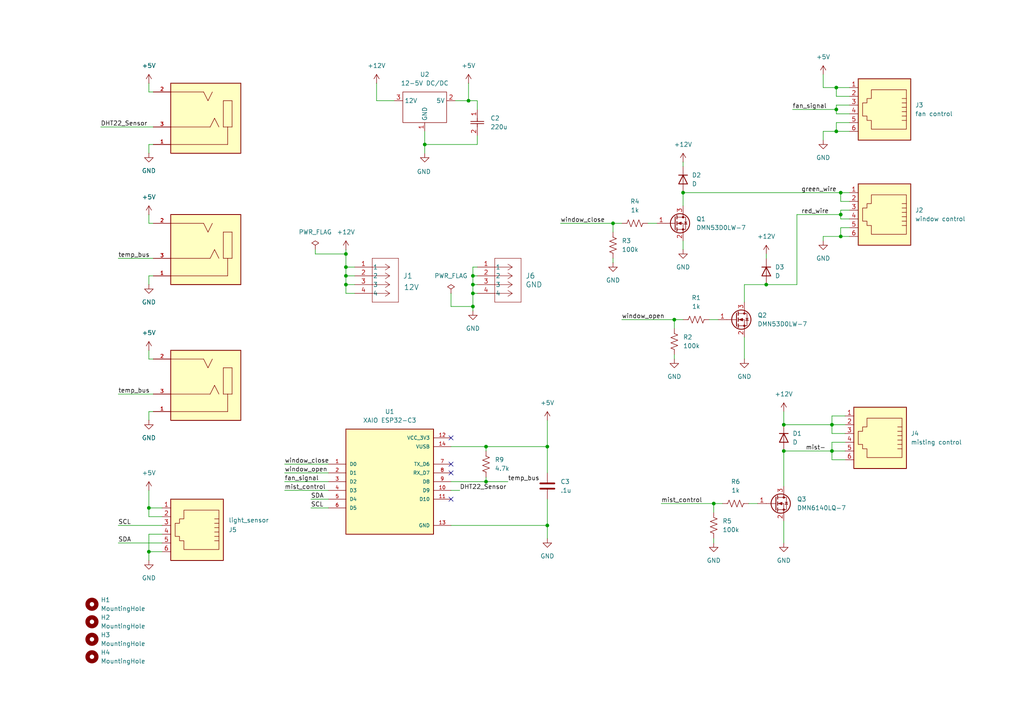
<source format=kicad_sch>
(kicad_sch (version 20250114) (generator "eeschema") (generator_version "9.0")
  (paper "A4")
  (lib_symbols
    (symbol "Connector:RJ12" (pin_names (offset 1.016))
      (property "Reference" "J" (at -5.08 11.43 0))
      (property "Value" "RJ12" (at 2.54 11.43 0))
      (symbol "RJ12_0_1"
        (polyline (pts (xy -6.35 3.175) (xy -5.08 3.175) (xy -5.08 3.175)))
        (polyline (pts (xy -6.35 1.905) (xy -5.08 1.905) (xy -5.08 1.905)))
        (polyline (pts (xy -6.35 0.635) (xy -5.08 0.635) (xy -5.08 0.635)))
        (polyline (pts (xy -6.35 -0.635) (xy -5.08 -0.635) (xy -5.08 -0.635)))
        (polyline (pts (xy -6.35 -1.905) (xy -5.08 -1.905) (xy -5.08 -1.905)))
        (polyline (pts (xy -6.35 -4.445) (xy -6.35 6.985) (xy 3.81 6.985) (xy 3.81 4.445) (xy 5.08 4.445) (xy 5.08 3.175) (xy 6.35 3.175) (xy 6.35 -0.635) (xy 5.08 -0.635) (xy 5.08 -1.905) (xy 3.81 -1.905) (xy 3.81 -4.445) (xy -6.35 -4.445) (xy -6.35 -4.445)))
        (polyline (pts (xy -5.08 4.445) (xy -6.35 4.445) (xy -6.35 4.445)))
        (rectangle (start 7.62 10.16) (end -7.62 -7.62) (stroke (width 0.254)) (fill (type background)))
      )
      (symbol "RJ12_1_1"
        (pin passive line (at 10.16 7.62 180) (length 2.54) (name "~") (number "6"))
        (pin passive line (at 10.16 5.08 180) (length 2.54) (name "~") (number "5"))
        (pin passive line (at 10.16 2.54 180) (length 2.54) (name "~") (number "4"))
        (pin passive line (at 10.16 0 180) (length 2.54) (name "~") (number "3"))
        (pin passive line (at 10.16 -2.54 180) (length 2.54) (name "~") (number "2"))
        (pin passive line (at 10.16 -5.08 180) (length 2.54) (name "~") (number "1"))
      )
    )
    (symbol "Device:C" (pin_numbers (hide yes)) (pin_names (offset 0.254))
      (property "Reference" "C" (at 0.635 2.54 0))
      (property "Value" "C" (at 0.635 -2.54 0))
      (symbol "C_0_1"
        (polyline (pts (xy -2.032 0.762) (xy 2.032 0.762)) (stroke (width 0.508)))
        (polyline (pts (xy -2.032 -0.762) (xy 2.032 -0.762)) (stroke (width 0.508)))
      )
      (symbol "C_1_1"
        (pin passive line (at 0 3.81 270) (length 2.794) (name "~") (number "1"))
        (pin passive line (at 0 -3.81 90) (length 2.794) (name "~") (number "2"))
      )
    )
    (symbol "Device:D" (pin_numbers (hide yes)) (pin_names (offset 1.016) (hide yes))
      (property "Reference" "D" (at 0 2.54 0))
      (property "Value" "D" (at 0 -2.54 0))
      (symbol "D_0_1"
        (polyline (pts (xy -1.27 1.27) (xy -1.27 -1.27)) (stroke (width 0.254)))
        (polyline (pts (xy 1.27 1.27) (xy 1.27 -1.27) (xy -1.27 0) (xy 1.27 1.27)) (stroke (width 0.254)))
        (polyline (pts (xy 1.27 0) (xy -1.27 0)))
      )
      (symbol "D_1_1"
        (pin passive line (at -3.81 0 0) (length 2.54) (name "K") (number "1"))
        (pin passive line (at 3.81 0 180) (length 2.54) (name "A") (number "2"))
      )
    )
    (symbol "Device:R_US" (pin_numbers (hide yes)) (pin_names (offset 0))
      (property "Reference" "R" (at 2.54 0 90))
      (property "Value" "R_US" (at -2.54 0 90))
      (symbol "R_US_0_1"
        (polyline (pts (xy 0 2.286) (xy 0 2.54)))
        (polyline (pts (xy 0 2.286) (xy 1.016 1.905) (xy 0 1.524) (xy -1.016 1.143) (xy 0 0.762)))
        (polyline (pts (xy 0 0.762) (xy 1.016 0.381) (xy 0 0) (xy -1.016 -0.381) (xy 0 -0.762)))
        (polyline (pts (xy 0 -0.762) (xy 1.016 -1.143) (xy 0 -1.524) (xy -1.016 -1.905) (xy 0 -2.286)))
        (polyline (pts (xy 0 -2.286) (xy 0 -2.54)))
      )
      (symbol "R_US_1_1"
        (pin passive line (at 0 3.81 270) (length 1.27) (name "~") (number "1"))
        (pin passive line (at 0 -3.81 90) (length 1.27) (name "~") (number "2"))
      )
    )
    (symbol "Garth Libraries:12-5-DC/DC"
      (property "Reference" "U" (at 0 7.366 0))
      (property "Value" "12-5V DC/DC" (at 0 9.652 0))
      (symbol "12-5-DC/DC_0_1"
        (rectangle (start -6.35 6.35) (end 6.35 -2.54))
      )
      (symbol "12-5-DC/DC_1_1"
        (pin power_in line (at -8.89 3.81 0) (length 2.54) (name "12V") (number "3"))
        (pin power_in line (at 0 -5.08 90) (length 2.54) (name "GND") (number "1"))
        (pin power_out line (at 8.89 3.81 180) (length 2.54) (name "5V") (number "2"))
      )
    )
    (symbol "Garth Libraries:1_8jack-SJ2-35853A-SMT-TR" (pin_names (offset 1.016))
      (property "Reference" "J" (at -10.1716 10.1716 0))
      (property "Value" "1_8jack-SJ2-35853A-SMT-TR" (at -10.1604 -12.7005 0))
      (symbol "1_8jack-SJ2-35853A-SMT-TR_0_0"
        (rectangle (start -10.16 10.16) (end 10.16 -10.16) (stroke (width 0.254)) (fill (type background)))
        (polyline (pts (xy -7.62 2.54) (xy -7.62 -5.08)) (stroke (width 0.1524)))
        (polyline (pts (xy -7.62 -5.08) (xy -5.08 -5.08)) (stroke (width 0.1524)))
        (polyline (pts (xy -6.35 7.62) (xy -6.35 2.54)) (stroke (width 0.1524)))
        (polyline (pts (xy -6.35 2.54) (xy -7.62 2.54)) (stroke (width 0.1524)))
        (polyline (pts (xy -5.08 2.54) (xy -6.35 2.54)) (stroke (width 0.1524)))
        (polyline (pts (xy -5.08 -5.08) (xy -5.08 2.54)) (stroke (width 0.1524)))
        (polyline (pts (xy -2.54 0) (xy -3.81 2.54)) (stroke (width 0.1524)))
        (polyline (pts (xy -1.27 2.54) (xy -2.54 0)) (stroke (width 0.1524)))
        (polyline (pts (xy -0.635 -5.08) (xy -1.905 -7.62)) (stroke (width 0.1524)))
        (polyline (pts (xy 0.635 -7.62) (xy -0.635 -5.08)) (stroke (width 0.1524)))
        (polyline (pts (xy 10.16 7.62) (xy -6.35 7.62)) (stroke (width 0.1524)))
        (polyline (pts (xy 10.16 2.54) (xy -1.27 2.54)) (stroke (width 0.1524)))
        (polyline (pts (xy 10.16 -7.62) (xy 0.635 -7.62)) (stroke (width 0.1524)))
        (pin passive line (at 15.24 7.62 180) (length 5.08) (name "~") (number "1"))
        (pin passive line (at 15.24 2.54 180) (length 5.08) (name "~") (number "3"))
        (pin passive line (at 15.24 -7.62 180) (length 5.08) (name "~") (number "2"))
      )
    )
    (symbol "Garth Libraries:EEF-SR0D221R4" (pin_names (offset 0.254))
      (property "Reference" "C" (at 3.81 3.81 0))
      (property "Value" "EEF-SR0D221R4" (at 3.81 -3.81 0))
      (symbol "EEF-SR0D221R4_1_1"
        (polyline (pts (xy 2.54 0) (xy 3.4798 0)) (stroke (width 0.2032)))
        (polyline (pts (xy 3.4798 -1.905) (xy 3.4798 1.905)) (stroke (width 0.2032)))
        (polyline (pts (xy 4.1148 0) (xy 5.08 0)) (stroke (width 0.2032)))
        (polyline (pts (xy 4.1148 -1.905) (xy 4.1148 1.905)) (stroke (width 0.2032)))
        (pin unspecified line (at 0 0 0) (length 2.54) (name "") (number "1"))
        (pin unspecified line (at 7.62 0 180) (length 2.54) (name "") (number "2"))
      )
      (symbol "EEF-SR0D221R4_1_2"
        (polyline (pts (xy -1.905 -3.4798) (xy 1.905 -3.4798)) (stroke (width 0.2032)))
        (polyline (pts (xy -1.905 -4.1148) (xy 1.905 -4.1148)) (stroke (width 0.2032)))
        (polyline (pts (xy 0 -2.54) (xy 0 -3.4798)) (stroke (width 0.2032)))
        (polyline (pts (xy 0 -4.1148) (xy 0 -5.08)) (stroke (width 0.2032)))
        (pin unspecified line (at 0 0 270) (length 2.54) (name "") (number "1"))
        (pin unspecified line (at 0 -7.62 90) (length 2.54) (name "") (number "2"))
      )
    )
    (symbol "Garth Libraries:ESP32-C3" (pin_names (offset 1.016))
      (property "Reference" "U" (at -12.7 16.002 0))
      (property "Value" "XAIO ESP32-C3" (at -12.7 -17.78 0))
      (symbol "ESP32-C3_0_0"
        (rectangle (start -12.7 -15.24) (end 12.7 15.24) (stroke (width 0.254)) (fill (type background)))
        (pin bidirectional line (at -17.78 5.08 0) (length 5.08) (name "D0") (number "1"))
        (pin bidirectional line (at -17.78 2.54 0) (length 5.08) (name "D1") (number "2"))
        (pin bidirectional line (at -17.78 0 0) (length 5.08) (name "D2") (number "3"))
        (pin bidirectional line (at -17.78 -2.54 0) (length 5.08) (name "D3") (number "4"))
        (pin bidirectional line (at -17.78 -5.08 0) (length 5.08) (name "D4") (number "5"))
        (pin bidirectional line (at -17.78 -7.62 0) (length 5.08) (name "D5") (number "6"))
        (pin power_in line (at 17.78 12.7 180) (length 5.08) (name "VCC_3V3") (number "12"))
        (pin power_in line (at 17.78 10.16 180) (length 5.08) (name "VUSB") (number "14"))
        (pin bidirectional line (at 17.78 5.08 180) (length 5.08) (name "TX_D6") (number "7"))
        (pin bidirectional line (at 17.78 2.54 180) (length 5.08) (name "RX_D7") (number "8"))
        (pin bidirectional line (at 17.78 0 180) (length 5.08) (name "D8") (number "9"))
        (pin bidirectional line (at 17.78 -2.54 180) (length 5.08) (name "D9") (number "10"))
        (pin bidirectional line (at 17.78 -5.08 180) (length 5.08) (name "D10") (number "11"))
        (pin power_in line (at 17.78 -12.7 180) (length 5.08) (name "GND") (number "13"))
      )
    )
    (symbol "Garth Libraries:screw-terminal-TB002-500-04BE" (pin_names (offset 0.254))
      (property "Reference" "J" (at 8.89 6.35 0))
      (property "Value" "screw-terminal-TB002-500-04BE" (at 0 0 0))
      (symbol "screw-terminal-TB002-500-04BE_1_1"
        (polyline (pts (xy 5.08 2.54) (xy 5.08 -10.16)) (stroke (width 0.127)))
        (polyline (pts (xy 5.08 -10.16) (xy 12.7 -10.16)) (stroke (width 0.127)))
        (polyline (pts (xy 10.16 0) (xy 5.08 0)) (stroke (width 0.127)))
        (polyline (pts (xy 10.16 0) (xy 8.89 0.8467)) (stroke (width 0.127)))
        (polyline (pts (xy 10.16 0) (xy 8.89 -0.8467)) (stroke (width 0.127)))
        (polyline (pts (xy 10.16 -2.54) (xy 5.08 -2.54)) (stroke (width 0.127)))
        (polyline (pts (xy 10.16 -2.54) (xy 8.89 -1.6933)) (stroke (width 0.127)))
        (polyline (pts (xy 10.16 -2.54) (xy 8.89 -3.3867)) (stroke (width 0.127)))
        (polyline (pts (xy 10.16 -5.08) (xy 5.08 -5.08)) (stroke (width 0.127)))
        (polyline (pts (xy 10.16 -5.08) (xy 8.89 -4.2333)) (stroke (width 0.127)))
        (polyline (pts (xy 10.16 -5.08) (xy 8.89 -5.9267)) (stroke (width 0.127)))
        (polyline (pts (xy 10.16 -7.62) (xy 5.08 -7.62)) (stroke (width 0.127)))
        (polyline (pts (xy 10.16 -7.62) (xy 8.89 -6.7733)) (stroke (width 0.127)))
        (polyline (pts (xy 10.16 -7.62) (xy 8.89 -8.4667)) (stroke (width 0.127)))
        (polyline (pts (xy 12.7 2.54) (xy 5.08 2.54)) (stroke (width 0.127)))
        (polyline (pts (xy 12.7 -10.16) (xy 12.7 2.54)) (stroke (width 0.127)))
        (pin unspecified line (at 0 0 0) (length 5.08) (name "1") (number "1"))
        (pin unspecified line (at 0 -2.54 0) (length 5.08) (name "2") (number "2"))
        (pin unspecified line (at 0 -5.08 0) (length 5.08) (name "3") (number "3"))
        (pin unspecified line (at 0 -7.62 0) (length 5.08) (name "4") (number "4"))
      )
      (symbol "screw-terminal-TB002-500-04BE_1_2"
        (polyline (pts (xy 5.08 2.54) (xy 5.08 -10.16)) (stroke (width 0.127)))
        (polyline (pts (xy 5.08 -10.16) (xy 12.7 -10.16)) (stroke (width 0.127)))
        (polyline (pts (xy 7.62 0) (xy 5.08 0)) (stroke (width 0.127)))
        (polyline (pts (xy 7.62 0) (xy 8.89 0.8467)) (stroke (width 0.127)))
        (polyline (pts (xy 7.62 0) (xy 8.89 -0.8467)) (stroke (width 0.127)))
        (polyline (pts (xy 7.62 -2.54) (xy 5.08 -2.54)) (stroke (width 0.127)))
        (polyline (pts (xy 7.62 -2.54) (xy 8.89 -1.6933)) (stroke (width 0.127)))
        (polyline (pts (xy 7.62 -2.54) (xy 8.89 -3.3867)) (stroke (width 0.127)))
        (polyline (pts (xy 7.62 -5.08) (xy 5.08 -5.08)) (stroke (width 0.127)))
        (polyline (pts (xy 7.62 -5.08) (xy 8.89 -4.2333)) (stroke (width 0.127)))
        (polyline (pts (xy 7.62 -5.08) (xy 8.89 -5.9267)) (stroke (width 0.127)))
        (polyline (pts (xy 7.62 -7.62) (xy 5.08 -7.62)) (stroke (width 0.127)))
        (polyline (pts (xy 7.62 -7.62) (xy 8.89 -6.7733)) (stroke (width 0.127)))
        (polyline (pts (xy 7.62 -7.62) (xy 8.89 -8.4667)) (stroke (width 0.127)))
        (polyline (pts (xy 12.7 2.54) (xy 5.08 2.54)) (stroke (width 0.127)))
        (polyline (pts (xy 12.7 -10.16) (xy 12.7 2.54)) (stroke (width 0.127)))
        (pin unspecified line (at 0 0 0) (length 5.08) (name "1") (number "1"))
        (pin unspecified line (at 0 -2.54 0) (length 5.08) (name "2") (number "2"))
        (pin unspecified line (at 0 -5.08 0) (length 5.08) (name "3") (number "3"))
        (pin unspecified line (at 0 -7.62 0) (length 5.08) (name "4") (number "4"))
      )
    )
    (symbol "Mechanical:MountingHole" (pin_names (offset 1.016)) (in_bom no)
      (property "Reference" "H" (at 0 5.08 0))
      (property "Value" "MountingHole" (at 0 3.175 0))
      (symbol "MountingHole_0_1"
        (circle (center 0 0) (radius 1.27) (stroke (width 1.27)))
      )
    )
    (symbol "Transistor_FET:Q_NMOS_GSD" (pin_names (offset 0) (hide yes))
      (property "Reference" "Q" (at 5.08 1.905 0))
      (property "Value" "Q_NMOS_GSD" (at 5.08 0 0))
      (symbol "Q_NMOS_GSD_0_1"
        (polyline (pts (xy 0.254 1.905) (xy 0.254 -1.905)) (stroke (width 0.254)))
        (polyline (pts (xy 0.254 0) (xy -2.54 0)))
        (polyline (pts (xy 0.762 2.286) (xy 0.762 1.27)) (stroke (width 0.254)))
        (polyline (pts (xy 0.762 0.508) (xy 0.762 -0.508)) (stroke (width 0.254)))
        (polyline (pts (xy 0.762 -1.27) (xy 0.762 -2.286)) (stroke (width 0.254)))
        (polyline (pts (xy 0.762 -1.778) (xy 3.302 -1.778) (xy 3.302 1.778) (xy 0.762 1.778)))
        (polyline (pts (xy 1.016 0) (xy 2.032 0.381) (xy 2.032 -0.381) (xy 1.016 0)) (fill (type outline)))
        (circle (center 1.651 0) (radius 2.794) (stroke (width 0.254)))
        (polyline (pts (xy 2.54 2.54) (xy 2.54 1.778)))
        (circle (center 2.54 1.778) (radius 0.254) (fill (type outline)))
        (circle (center 2.54 -1.778) (radius 0.254) (fill (type outline)))
        (polyline (pts (xy 2.54 -2.54) (xy 2.54 0) (xy 0.762 0)))
        (polyline (pts (xy 2.921 0.381) (xy 3.683 0.381)))
        (polyline (pts (xy 3.302 0.381) (xy 2.921 -0.254) (xy 3.683 -0.254) (xy 3.302 0.381)))
      )
      (symbol "Q_NMOS_GSD_1_1"
        (pin input line (at -5.08 0 0) (length 2.54) (name "G") (number "1"))
        (pin passive line (at 2.54 5.08 270) (length 2.54) (name "D") (number "3"))
        (pin passive line (at 2.54 -5.08 90) (length 2.54) (name "S") (number "2"))
      )
    )
    (symbol "power:+5V" (power) (pin_numbers (hide yes)) (pin_names (offset 0) (hide yes))
      (property "Value" "+5V" (at 0 3.556 0))
      (symbol "+5V_0_1"
        (polyline (pts (xy -0.762 1.27) (xy 0 2.54)))
        (polyline (pts (xy 0 2.54) (xy 0.762 1.27)))
        (polyline (pts (xy 0 0) (xy 0 2.54)))
      )
      (symbol "+5V_1_1"
        (pin power_in line (at 0 0 90) (length 0) (name "~") (number "1"))
      )
    )
    (symbol "power:GND" (power) (pin_numbers (hide yes)) (pin_names (offset 0) (hide yes))
      (property "Value" "GND" (at 0 -3.81 0))
      (symbol "GND_0_1"
        (polyline (pts (xy 0 0) (xy 0 -1.27) (xy 1.27 -1.27) (xy 0 -2.54) (xy -1.27 -1.27) (xy 0 -1.27)))
      )
      (symbol "GND_1_1"
        (pin power_in line (at 0 0 270) (length 0) (name "~") (number "1"))
      )
    )
    (symbol "power:PWR_FLAG" (power) (pin_numbers (hide yes)) (pin_names (offset 0) (hide yes))
      (property "Value" "PWR_FLAG" (at 0 3.81 0))
      (symbol "PWR_FLAG_0_0"
        (pin power_out line (at 0 0 90) (length 0) (name "~") (number "1"))
      )
      (symbol "PWR_FLAG_0_1"
        (polyline (pts (xy 0 0) (xy 0 1.27) (xy -1.016 1.905) (xy 0 2.54) (xy 1.016 1.905) (xy 0 1.27)))
      )
    )
  )
  (junction (at 243.84 62.23))
  (junction (at 207.01 146.05))
  (junction (at 137.16 80.01))
  (junction (at 137.16 85.09))
  (junction (at 242.57 31.75))
  (junction (at 135.89 29.21))
  (junction (at 123.19 41.91))
  (junction (at 227.33 123.19))
  (junction (at 243.84 55.88))
  (junction (at 198.12 55.88))
  (junction (at 242.57 38.1))
  (junction (at 241.3 130.81))
  (junction (at 100.33 80.01))
  (junction (at 177.8 64.77))
  (junction (at 100.33 77.47))
  (junction (at 242.57 25.4))
  (junction (at 158.75 152.4))
  (junction (at 227.33 130.81))
  (junction (at 241.3 123.19))
  (junction (at 158.75 129.54))
  (junction (at 222.25 82.55))
  (junction (at 140.97 139.7))
  (junction (at 243.84 68.58))
  (junction (at 100.33 73.66))
  (junction (at 137.16 88.9))
  (junction (at 137.16 82.55))
  (junction (at 43.18 147.32))
  (junction (at 43.18 160.02))
  (junction (at 195.58 92.71))
  (junction (at 100.33 82.55))
  (junction (at 140.97 129.54))
  (no_connect (at 130.81 134.62))
  (no_connect (at 130.81 137.16))
  (no_connect (at 130.81 144.78))
  (no_connect (at 130.81 127))
  (wire (pts (xy 43.18 154.94) (xy 43.18 160.02)))
  (wire (pts (xy 246.38 58.42) (xy 243.84 58.42)))
  (wire (pts (xy 109.22 24.13) (xy 109.22 29.21)))
  (wire (pts (xy 241.3 133.35) (xy 241.3 130.81)))
  (wire (pts (xy 137.16 82.55) (xy 137.16 85.09)))
  (wire (pts (xy 82.55 142.24) (xy 95.25 142.24)))
  (wire (pts (xy 100.33 85.09) (xy 100.33 82.55)))
  (wire (pts (xy 100.33 80.01) (xy 100.33 77.47)))
  (wire (pts (xy 158.75 144.78) (xy 158.75 152.4)))
  (wire (pts (xy 195.58 102.87) (xy 195.58 104.14)))
  (wire (pts (xy 46.99 149.86) (xy 43.18 149.86)))
  (wire (pts (xy 130.81 88.9) (xy 137.16 88.9)))
  (wire (pts (xy 82.55 134.62) (xy 95.25 134.62)))
  (wire (pts (xy 227.33 119.38) (xy 227.33 123.19)))
  (wire (pts (xy 242.57 33.02) (xy 242.57 31.75)))
  (wire (pts (xy 34.29 74.93) (xy 44.45 74.93)))
  (wire (pts (xy 82.55 139.7) (xy 95.25 139.7)))
  (wire (pts (xy 177.8 64.77) (xy 180.34 64.77)))
  (wire (pts (xy 140.97 129.54) (xy 140.97 130.81)))
  (wire (pts (xy 130.81 152.4) (xy 158.75 152.4)))
  (wire (pts (xy 43.18 160.02) (xy 46.99 160.02)))
  (wire (pts (xy 130.81 142.24) (xy 133.35 142.24)))
  (wire (pts (xy 243.84 55.88) (xy 246.38 55.88)))
  (wire (pts (xy 242.57 25.4) (xy 246.38 25.4)))
  (wire (pts (xy 241.3 128.27) (xy 241.3 130.81)))
  (wire (pts (xy 243.84 66.04) (xy 243.84 68.58)))
  (wire (pts (xy 137.16 85.09) (xy 137.16 88.9)))
  (wire (pts (xy 238.76 40.64) (xy 238.76 38.1)))
  (wire (pts (xy 100.33 82.55) (xy 102.87 82.55)))
  (wire (pts (xy 198.12 55.88) (xy 243.84 55.88)))
  (wire (pts (xy 43.18 142.24) (xy 43.18 147.32)))
  (wire (pts (xy 137.16 85.09) (xy 138.43 85.09)))
  (wire (pts (xy 191.77 146.05) (xy 207.01 146.05)))
  (wire (pts (xy 245.11 120.65) (xy 241.3 120.65)))
  (wire (pts (xy 195.58 92.71) (xy 195.58 95.25)))
  (wire (pts (xy 100.33 73.66) (xy 100.33 72.39)))
  (wire (pts (xy 34.29 157.48) (xy 46.99 157.48)))
  (wire (pts (xy 102.87 85.09) (xy 100.33 85.09)))
  (wire (pts (xy 246.38 66.04) (xy 243.84 66.04)))
  (wire (pts (xy 43.18 41.91) (xy 44.45 41.91)))
  (wire (pts (xy 177.8 64.77) (xy 177.8 67.31)))
  (wire (pts (xy 198.12 46.99) (xy 198.12 48.26)))
  (wire (pts (xy 123.19 44.45) (xy 123.19 41.91)))
  (wire (pts (xy 137.16 80.01) (xy 137.16 82.55)))
  (wire (pts (xy 43.18 160.02) (xy 43.18 162.56)))
  (wire (pts (xy 43.18 104.14) (xy 44.45 104.14)))
  (wire (pts (xy 130.81 129.54) (xy 140.97 129.54)))
  (wire (pts (xy 242.57 38.1) (xy 246.38 38.1)))
  (wire (pts (xy 100.33 77.47) (xy 100.33 73.66)))
  (wire (pts (xy 138.43 31.75) (xy 138.43 29.21)))
  (wire (pts (xy 217.17 146.05) (xy 219.71 146.05)))
  (wire (pts (xy 198.12 55.88) (xy 198.12 59.69)))
  (wire (pts (xy 243.84 63.5) (xy 243.84 62.23)))
  (wire (pts (xy 231.14 82.55) (xy 231.14 62.23)))
  (wire (pts (xy 241.3 125.73) (xy 241.3 123.19)))
  (wire (pts (xy 238.76 68.58) (xy 238.76 69.85)))
  (wire (pts (xy 91.44 72.39) (xy 91.44 73.66)))
  (wire (pts (xy 238.76 25.4) (xy 242.57 25.4)))
  (wire (pts (xy 241.3 130.81) (xy 245.11 130.81)))
  (wire (pts (xy 100.33 77.47) (xy 102.87 77.47)))
  (wire (pts (xy 137.16 77.47) (xy 137.16 80.01)))
  (wire (pts (xy 238.76 68.58) (xy 243.84 68.58)))
  (wire (pts (xy 246.38 33.02) (xy 242.57 33.02)))
  (wire (pts (xy 138.43 39.37) (xy 138.43 41.91)))
  (wire (pts (xy 158.75 121.92) (xy 158.75 129.54)))
  (wire (pts (xy 109.22 29.21) (xy 114.3 29.21)))
  (wire (pts (xy 187.96 64.77) (xy 190.5 64.77)))
  (wire (pts (xy 215.9 82.55) (xy 222.25 82.55)))
  (wire (pts (xy 245.11 133.35) (xy 241.3 133.35)))
  (wire (pts (xy 137.16 80.01) (xy 138.43 80.01)))
  (wire (pts (xy 43.18 26.67) (xy 44.45 26.67)))
  (wire (pts (xy 43.18 64.77) (xy 44.45 64.77)))
  (wire (pts (xy 43.18 62.23) (xy 43.18 64.77)))
  (wire (pts (xy 43.18 147.32) (xy 43.18 149.86)))
  (wire (pts (xy 100.33 80.01) (xy 102.87 80.01)))
  (wire (pts (xy 46.99 154.94) (xy 43.18 154.94)))
  (wire (pts (xy 227.33 130.81) (xy 227.33 140.97)))
  (wire (pts (xy 207.01 156.21) (xy 207.01 157.48)))
  (wire (pts (xy 43.18 147.32) (xy 46.99 147.32)))
  (wire (pts (xy 43.18 26.67) (xy 43.18 24.13)))
  (wire (pts (xy 207.01 146.05) (xy 209.55 146.05)))
  (wire (pts (xy 246.38 35.56) (xy 242.57 35.56)))
  (wire (pts (xy 241.3 120.65) (xy 241.3 123.19)))
  (wire (pts (xy 44.45 80.01) (xy 43.18 80.01)))
  (wire (pts (xy 135.89 24.13) (xy 135.89 29.21)))
  (wire (pts (xy 243.84 60.96) (xy 246.38 60.96)))
  (wire (pts (xy 138.43 29.21) (xy 135.89 29.21)))
  (wire (pts (xy 231.14 62.23) (xy 243.84 62.23)))
  (wire (pts (xy 238.76 38.1) (xy 242.57 38.1)))
  (wire (pts (xy 130.81 139.7) (xy 140.97 139.7)))
  (wire (pts (xy 34.29 114.3) (xy 44.45 114.3)))
  (wire (pts (xy 158.75 152.4) (xy 158.75 156.21)))
  (wire (pts (xy 123.19 41.91) (xy 123.19 38.1)))
  (wire (pts (xy 82.55 137.16) (xy 95.25 137.16)))
  (wire (pts (xy 242.57 27.94) (xy 242.57 25.4)))
  (wire (pts (xy 137.16 88.9) (xy 137.16 90.17)))
  (wire (pts (xy 90.17 147.32) (xy 95.25 147.32)))
  (wire (pts (xy 227.33 123.19) (xy 241.3 123.19)))
  (wire (pts (xy 227.33 130.81) (xy 241.3 130.81)))
  (wire (pts (xy 158.75 129.54) (xy 158.75 137.16)))
  (wire (pts (xy 238.76 25.4) (xy 238.76 21.59)))
  (wire (pts (xy 100.33 82.55) (xy 100.33 80.01)))
  (wire (pts (xy 140.97 138.43) (xy 140.97 139.7)))
  (wire (pts (xy 246.38 30.48) (xy 242.57 30.48)))
  (wire (pts (xy 140.97 139.7) (xy 147.32 139.7)))
  (wire (pts (xy 29.21 36.83) (xy 44.45 36.83)))
  (wire (pts (xy 43.18 101.6) (xy 43.18 104.14)))
  (wire (pts (xy 246.38 68.58) (xy 243.84 68.58)))
  (wire (pts (xy 205.74 92.71) (xy 208.28 92.71)))
  (wire (pts (xy 229.87 31.75) (xy 242.57 31.75)))
  (wire (pts (xy 138.43 77.47) (xy 137.16 77.47)))
  (wire (pts (xy 243.84 62.23) (xy 243.84 60.96)))
  (wire (pts (xy 34.29 152.4) (xy 46.99 152.4)))
  (wire (pts (xy 43.18 119.38) (xy 43.18 121.92)))
  (wire (pts (xy 242.57 35.56) (xy 242.57 38.1)))
  (wire (pts (xy 180.34 92.71) (xy 195.58 92.71)))
  (wire (pts (xy 243.84 58.42) (xy 243.84 55.88)))
  (wire (pts (xy 222.25 82.55) (xy 231.14 82.55)))
  (wire (pts (xy 140.97 129.54) (xy 158.75 129.54)))
  (wire (pts (xy 207.01 146.05) (xy 207.01 148.59)))
  (wire (pts (xy 177.8 74.93) (xy 177.8 76.2)))
  (wire (pts (xy 246.38 63.5) (xy 243.84 63.5)))
  (wire (pts (xy 215.9 82.55) (xy 215.9 87.63)))
  (wire (pts (xy 91.44 73.66) (xy 100.33 73.66)))
  (wire (pts (xy 90.17 144.78) (xy 95.25 144.78)))
  (wire (pts (xy 162.56 64.77) (xy 177.8 64.77)))
  (wire (pts (xy 138.43 41.91) (xy 123.19 41.91)))
  (wire (pts (xy 130.81 85.09) (xy 130.81 88.9)))
  (wire (pts (xy 242.57 30.48) (xy 242.57 31.75)))
  (wire (pts (xy 198.12 69.85) (xy 198.12 72.39)))
  (wire (pts (xy 241.3 123.19) (xy 245.11 123.19)))
  (wire (pts (xy 137.16 82.55) (xy 138.43 82.55)))
  (wire (pts (xy 43.18 44.45) (xy 43.18 41.91)))
  (wire (pts (xy 245.11 128.27) (xy 241.3 128.27)))
  (wire (pts (xy 195.58 92.71) (xy 198.12 92.71)))
  (wire (pts (xy 43.18 80.01) (xy 43.18 82.55)))
  (wire (pts (xy 215.9 104.14) (xy 215.9 97.79)))
  (wire (pts (xy 246.38 27.94) (xy 242.57 27.94)))
  (wire (pts (xy 245.11 125.73) (xy 241.3 125.73)))
  (wire (pts (xy 44.45 119.38) (xy 43.18 119.38)))
  (wire (pts (xy 227.33 157.48) (xy 227.33 151.13)))
  (wire (pts (xy 135.89 29.21) (xy 132.08 29.21)))
  (wire (pts (xy 222.25 73.66) (xy 222.25 74.93)))
  (label "window_open" (at 82.55 137.16 0))
  (label "temp_bus" (at 147.32 139.7 0))
  (label "SDA" (at 90.17 144.78 0))
  (label "fan_signal" (at 229.87 31.75 0))
  (label "fan_signal" (at 82.55 139.7 0))
  (label "window_open" (at 180.34 92.71 0))
  (label "window_close" (at 82.55 134.62 0))
  (label "red_wire" (at 232.41 62.23 0))
  (label "SDA" (at 34.29 157.48 0))
  (label "window_close" (at 162.56 64.77 0))
  (label "temp_bus" (at 34.29 74.93 0))
  (label "temp_bus" (at 34.29 114.3 0))
  (label "SCL" (at 90.17 147.32 0))
  (label "DHT22_Sensor" (at 133.35 142.24 0))
  (label "mist_control" (at 82.55 142.24 0))
  (label "mist-" (at 233.68 130.81 0))
  (label "green_wire" (at 232.41 55.88 0))
  (label "SCL" (at 34.29 152.4 0))
  (label "DHT22_Sensor" (at 29.21 36.83 0))
  (label "mist_control" (at 191.77 146.05 0))
  (symbol (lib_id "power:+5V") (at 43.18 62.23 0) (unit 1)
    (property "Reference" "#PWR016" (effects (hide yes)))
    (property "Value" "+5V" (at 43.18 57.15 0))
    (property "Description" "Power symbol creates a global label with name \"+5V\"" (effects (hide yes)))
  )
  (symbol (lib_id "power:PWR_FLAG") (at 130.81 85.09 0) (unit 1)
    (property "Reference" "#FLG03" (effects (hide yes)))
    (property "Value" "PWR_FLAG" (at 130.81 80.01 0))
    (property "Description" "Special symbol for telling ERC where power comes from" (effects (hide yes)))
  )
  (symbol (lib_id "power:GND") (at 43.18 82.55 0) (unit 1)
    (property "Reference" "#PWR09" (effects (hide yes)))
    (property "Value" "GND" (at 43.18 87.63 0))
    (property "Description" "Power symbol creates a global label with name \"GND\" , ground" (effects (hide yes)))
  )
  (symbol (lib_id "Mechanical:MountingHole") (at 26.67 175.26 0) (unit 1) (in_bom no)
    (property "Reference" "H1" (at 29.21 173.9899 0) (effects (justify left)))
    (property "Value" "MountingHole" (at 29.21 176.5299 0) (effects (justify left)))
    (property "Footprint" "MountingHole:MountingHole_3.2mm_M3" (effects (hide yes)))
    (property "Description" "Mounting Hole without connection" (effects (hide yes)))
  )
  (symbol (lib_id "power:GND") (at 215.9 104.14 0) (unit 1)
    (property "Reference" "#PWR010" (effects (hide yes)))
    (property "Value" "GND" (at 215.9 109.22 0))
    (property "Description" "Power symbol creates a global label with name \"GND\" , ground" (effects (hide yes)))
  )
  (symbol (lib_id "Device:D") (at 198.12 52.07 270) (unit 1)
    (property "Reference" "D2" (at 200.66 50.7999 90) (effects (justify left)))
    (property "Value" "D" (at 200.66 53.3399 90) (effects (justify left)))
    (property "Footprint" "Garth:SOD323_DIO" (effects (hide yes)))
    (property "Description" "Diode - 1N4148" (effects (hide yes)))
    (property "Sim.Device" "D" (effects (hide yes)))
    (property "Sim.Pins" "1=K 2=A" (effects (hide yes)))
  )
  (symbol (lib_id "Mechanical:MountingHole") (at 26.67 180.34 0) (unit 1) (in_bom no)
    (property "Reference" "H2" (at 29.21 179.0699 0) (effects (justify left)))
    (property "Value" "MountingHole" (at 29.21 181.6099 0) (effects (justify left)))
    (property "Footprint" "MountingHole:MountingHole_3.2mm_M3" (effects (hide yes)))
    (property "Description" "Mounting Hole without connection" (effects (hide yes)))
  )
  (symbol (lib_id "Device:R_US") (at 195.58 99.06 0) (unit 1)
    (property "Reference" "R2" (at 198.12 97.7899 0) (effects (justify left)))
    (property "Value" "100k" (at 198.12 100.3299 0) (effects (justify left)))
    (property "Footprint" "Resistor_SMD:R_0805_2012Metric_Pad1.20x1.40mm_HandSolder" (effects (hide yes)))
    (property "Description" "Resistor, US symbol" (effects (hide yes)))
  )
  (symbol (lib_id "Connector:RJ12") (at 256.54 60.96 180) (unit 1)
    (property "Reference" "J2" (at 265.43 60.9599 0) (effects (justify right)))
    (property "Value" "window control" (at 265.43 63.4999 0) (effects (justify right)))
    (property "Footprint" "Garth:RJ11-RA" (effects (hide yes)))
    (property "Description" "RJ connector, 6P6C (6 positions 6 connected)" (effects (hide yes)))
    (property "PARTREV" "N" (effects (hide yes)))
    (property "STANDARD" "Manufacturer Recommendations" (effects (hide yes)))
    (property "MAXIMUM_PACKAGE_HEIGHT" "16.41" (effects (hide yes)))
    (property "MANUFACTURER" "Amphenol" (effects (hide yes)))
  )
  (symbol (lib_id "Device:R_US") (at 184.15 64.77 90) (unit 1)
    (property "Reference" "R4" (at 184.15 58.42 90))
    (property "Value" "1k" (at 184.15 60.96 90))
    (property "Footprint" "Resistor_SMD:R_0805_2012Metric_Pad1.20x1.40mm_HandSolder" (effects (hide yes)))
    (property "Description" "Resistor, US symbol" (effects (hide yes)))
  )
  (symbol (lib_id "Garth Libraries:1_8jack-SJ2-35853A-SMT-TR") (at 59.69 72.39 180) (unit 1)
    (property "Reference" "J8" (effects (hide yes)))
    (property "Value" "temp sensor 1" (effects (hide yes)))
    (property "Footprint" "Garth:1_8jack-CUI_SJ2-35853A-SMT-TR" (effects (hide yes)))
    (property "PARTREV" "1.04" (effects (hide yes)))
    (property "STANDARD" "Manufacturer Recommendations" (effects (hide yes)))
    (property "MAXIMUM_PACKAGE_HEIGHT" "5 mm" (effects (hide yes)))
    (property "MANUFACTURER" "CUI Devices" (effects (hide yes)))
  )
  (symbol (lib_id "Device:D") (at 222.25 78.74 270) (unit 1)
    (property "Reference" "D3" (at 224.79 77.4699 90) (effects (justify left)))
    (property "Value" "D" (at 224.79 80.0099 90) (effects (justify left)))
    (property "Footprint" "Garth:SOD323_DIO" (effects (hide yes)))
    (property "Description" "Diode - 1N4148" (effects (hide yes)))
    (property "Sim.Device" "D" (effects (hide yes)))
    (property "Sim.Pins" "1=K 2=A" (effects (hide yes)))
  )
  (symbol (lib_id "Mechanical:MountingHole") (at 26.67 190.5 0) (unit 1) (in_bom no)
    (property "Reference" "H4" (at 29.21 189.2299 0) (effects (justify left)))
    (property "Value" "MountingHole" (at 29.21 191.7699 0) (effects (justify left)))
    (property "Footprint" "MountingHole:MountingHole_3.2mm_M3" (effects (hide yes)))
    (property "Description" "Mounting Hole without connection" (effects (hide yes)))
  )
  (symbol (lib_id "Device:R_US") (at 140.97 134.62 0) (unit 1)
    (property "Reference" "R9" (at 143.51 133.3499 0) (effects (justify left)))
    (property "Value" "4.7k" (at 143.51 135.8899 0) (effects (justify left)))
    (property "Footprint" "Resistor_SMD:R_0805_2012Metric_Pad1.20x1.40mm_HandSolder" (effects (hide yes)))
    (property "Description" "Resistor, US symbol" (effects (hide yes)))
  )
  (symbol (lib_id "power:+5V") (at 100.33 72.39 0) (unit 1)
    (property "Reference" "#PWR029" (effects (hide yes)))
    (property "Value" "+12V" (at 100.33 67.31 0))
    (property "Description" "Power symbol creates a global label with name \"+5V\"" (effects (hide yes)))
  )
  (symbol (lib_id "power:GND") (at 207.01 157.48 0) (unit 1)
    (property "Reference" "#PWR021" (effects (hide yes)))
    (property "Value" "GND" (at 207.01 162.56 0))
    (property "Description" "Power symbol creates a global label with name \"GND\" , ground" (effects (hide yes)))
  )
  (symbol (lib_id "power:GND") (at 123.19 44.45 0) (unit 1)
    (property "Reference" "#PWR027" (effects (hide yes)))
    (property "Value" "GND" (at 122.936 49.784 0))
    (property "Description" "Power symbol creates a global label with name \"GND\" , ground" (effects (hide yes)))
  )
  (symbol (lib_id "power:GND") (at 43.18 121.92 0) (unit 1)
    (property "Reference" "#PWR013" (effects (hide yes)))
    (property "Value" "GND" (at 43.18 127 0))
    (property "Description" "Power symbol creates a global label with name \"GND\" , ground" (effects (hide yes)))
  )
  (symbol (lib_id "Device:R_US") (at 177.8 71.12 0) (unit 1)
    (property "Reference" "R3" (at 180.34 69.8499 0) (effects (justify left)))
    (property "Value" "100k" (at 180.34 72.3899 0) (effects (justify left)))
    (property "Footprint" "Resistor_SMD:R_0805_2012Metric_Pad1.20x1.40mm_HandSolder" (effects (hide yes)))
    (property "Description" "Resistor, US symbol" (effects (hide yes)))
  )
  (symbol (lib_id "Device:R_US") (at 201.93 92.71 90) (unit 1)
    (property "Reference" "R1" (at 201.93 86.36 90))
    (property "Value" "1k" (at 201.93 88.9 90))
    (property "Footprint" "Resistor_SMD:R_0805_2012Metric_Pad1.20x1.40mm_HandSolder" (effects (hide yes)))
    (property "Description" "Resistor, US symbol" (effects (hide yes)))
  )
  (symbol (lib_id "power:GND") (at 198.12 72.39 0) (unit 1)
    (property "Reference" "#PWR011" (effects (hide yes)))
    (property "Value" "GND" (at 198.12 77.47 0))
    (property "Description" "Power symbol creates a global label with name \"GND\" , ground" (effects (hide yes)))
  )
  (symbol (lib_id "power:+5V") (at 43.18 101.6 0) (unit 1)
    (property "Reference" "#PWR024" (effects (hide yes)))
    (property "Value" "+5V" (at 43.18 96.52 0))
    (property "Description" "Power symbol creates a global label with name \"+5V\"" (effects (hide yes)))
  )
  (symbol (lib_id "Garth Libraries:screw-terminal-TB002-500-04BE") (at 102.87 77.47 0) (unit 1)
    (property "Reference" "J1" (at 116.84 80.0099 0) (effects (font (size 1.524 1.524)) (justify left)))
    (property "Value" "12V" (at 117.094 83.312 0) (effects (font (size 1.524 1.524)) (justify left)))
    (property "Footprint" "Garth:screw-terminal-CONN4_TB002-500_787x299_CUD" (effects (hide yes)))
    (property "Datasheet" "TB002-500-04BE" (effects (hide yes)))
  )
  (symbol (lib_id "Garth Libraries:screw-terminal-TB002-500-04BE") (at 138.43 77.47 0) (unit 1)
    (property "Reference" "J6" (at 152.4 80.0099 0) (effects (font (size 1.524 1.524)) (justify left)))
    (property "Value" "GND" (at 152.4 82.5499 0) (effects (font (size 1.524 1.524)) (justify left)))
    (property "Footprint" "Garth:screw-terminal-CONN4_TB002-500_787x299_CUD" (effects (hide yes)))
    (property "Datasheet" "TB002-500-04BE" (effects (hide yes)))
  )
  (symbol (lib_id "power:+5V") (at 109.22 24.13 0) (unit 1)
    (property "Reference" "#PWR026" (effects (hide yes)))
    (property "Value" "+12V" (at 109.22 19.05 0))
    (property "Description" "Power symbol creates a global label with name \"+5V\"" (effects (hide yes)))
  )
  (symbol (lib_id "Garth Libraries:1_8jack-SJ2-35853A-SMT-TR") (at 59.69 111.76 180) (unit 1)
    (property "Reference" "J9" (effects (hide yes)))
    (property "Value" "temp sensor 2" (effects (hide yes)))
    (property "Footprint" "Garth:1_8jack-CUI_SJ2-35853A-SMT-TR" (effects (hide yes)))
    (property "PARTREV" "1.04" (effects (hide yes)))
    (property "STANDARD" "Manufacturer Recommendations" (effects (hide yes)))
    (property "MAXIMUM_PACKAGE_HEIGHT" "5 mm" (effects (hide yes)))
    (property "MANUFACTURER" "CUI Devices" (effects (hide yes)))
  )
  (symbol (lib_id "power:PWR_FLAG") (at 91.44 72.39 0) (unit 1)
    (property "Reference" "#FLG01" (effects (hide yes)))
    (property "Value" "PWR_FLAG" (at 91.44 67.31 0))
    (property "Description" "Special symbol for telling ERC where power comes from" (effects (hide yes)))
  )
  (symbol (lib_id "power:GND") (at 238.76 69.85 0) (unit 1)
    (property "Reference" "#PWR06" (effects (hide yes)))
    (property "Value" "GND" (at 238.76 74.93 0))
    (property "Description" "Power symbol creates a global label with name \"GND\" , ground" (effects (hide yes)))
  )
  (symbol (lib_id "power:+5V") (at 135.89 24.13 0) (unit 1)
    (property "Reference" "#PWR023" (effects (hide yes)))
    (property "Value" "+5V" (at 135.89 19.05 0))
    (property "Description" "Power symbol creates a global label with name \"+5V\"" (effects (hide yes)))
  )
  (symbol (lib_id "Connector:RJ12") (at 256.54 30.48 180) (unit 1)
    (property "Reference" "J3" (at 265.43 30.4799 0) (effects (justify right)))
    (property "Value" "fan control" (at 265.43 33.0199 0) (effects (justify right)))
    (property "Footprint" "Garth:RJ11-RA" (effects (hide yes)))
    (property "Description" "RJ connector, 6P6C (6 positions 6 connected)" (effects (hide yes)))
    (property "PARTREV" "N" (effects (hide yes)))
    (property "STANDARD" "Manufacturer Recommendations" (effects (hide yes)))
    (property "MAXIMUM_PACKAGE_HEIGHT" "16.41" (effects (hide yes)))
    (property "MANUFACTURER" "Amphenol" (effects (hide yes)))
  )
  (symbol (lib_id "power:+5V") (at 238.76 21.59 0) (unit 1)
    (property "Reference" "#PWR020" (effects (hide yes)))
    (property "Value" "+5V" (at 238.76 16.51 0))
    (property "Description" "Power symbol creates a global label with name \"+5V\"" (effects (hide yes)))
  )
  (symbol (lib_id "Device:R_US") (at 213.36 146.05 90) (unit 1)
    (property "Reference" "R6" (at 213.36 139.7 90))
    (property "Value" "1k" (at 213.36 142.24 90))
    (property "Footprint" "Resistor_SMD:R_0805_2012Metric_Pad1.20x1.40mm_HandSolder" (effects (hide yes)))
    (property "Description" "Resistor, US symbol" (effects (hide yes)))
  )
  (symbol (lib_id "power:GND") (at 227.33 157.48 0) (unit 1)
    (property "Reference" "#PWR022" (effects (hide yes)))
    (property "Value" "GND" (at 227.33 162.56 0))
    (property "Description" "Power symbol creates a global label with name \"GND\" , ground" (effects (hide yes)))
  )
  (symbol (lib_id "Transistor_FET:Q_NMOS_GSD") (at 213.36 92.71 0) (unit 1)
    (property "Reference" "Q2" (at 219.71 91.4399 0) (effects (justify left)))
    (property "Value" "DMN53D0LW-7" (at 219.71 93.9799 0) (effects (justify left)))
    (property "Footprint" "Package_TO_SOT_SMD:SOT-323_SC-70_Handsoldering" (effects (hide yes)))
    (property "Datasheet" "https://www.mouser.com/datasheet/2/115/DMN53D0LW-3214553.pdf" (effects (hide yes)))
    (property "Description" "N-MOSFET transistor, gate/source/drain" (effects (hide yes)))
  )
  (symbol (lib_id "Transistor_FET:Q_NMOS_GSD") (at 224.79 146.05 0) (unit 1)
    (property "Reference" "Q3" (at 231.14 144.7799 0) (effects (justify left)))
    (property "Value" "DMN6140LQ-7" (at 231.14 147.3199 0) (effects (justify left)))
    (property "Footprint" "Package_TO_SOT_SMD:SOT-323_SC-70_Handsoldering" (effects (hide yes)))
    (property "Datasheet" "https://www.diodes.com/assets/Datasheets/DMN6140L.pdf" (effects (hide yes)))
    (property "Description" "N-MOSFET transistor, gate/source/drain" (effects (hide yes)))
  )
  (symbol (lib_id "power:GND") (at 43.18 44.45 0) (unit 1)
    (property "Reference" "#PWR05" (effects (hide yes)))
    (property "Value" "GND" (at 43.18 49.53 0))
    (property "Description" "Power symbol creates a global label with name \"GND\" , ground" (effects (hide yes)))
  )
  (symbol (lib_id "power:GND") (at 177.8 76.2 0) (unit 1)
    (property "Reference" "#PWR018" (effects (hide yes)))
    (property "Value" "GND" (at 177.8 81.28 0))
    (property "Description" "Power symbol creates a global label with name \"GND\" , ground" (effects (hide yes)))
  )
  (symbol (lib_id "Garth Libraries:EEF-SR0D221R4") (at 138.43 31.75 270) (unit 1)
    (property "Reference" "C2" (at 142.24 34.2899 90) (effects (justify left)))
    (property "Value" "220u" (at 142.24 36.8299 90) (effects (justify left)))
    (property "Footprint" "Garth:CAP_SP-CAP_SR_PAN" (effects (hide yes)))
    (property "Datasheet" "EEF-SR0D221R4" (effects (hide yes)))
    (property "Description" "Unpolarized capacitor" (effects (hide yes)))
  )
  (symbol (lib_id "power:GND") (at 137.16 90.17 0) (unit 1)
    (property "Reference" "#PWR030" (effects (hide yes)))
    (property "Value" "GND" (at 137.16 95.25 0))
    (property "Description" "Power symbol creates a global label with name \"GND\" , ground" (effects (hide yes)))
  )
  (symbol (lib_id "power:+5V") (at 43.18 142.24 0) (unit 1)
    (property "Reference" "#PWR028" (effects (hide yes)))
    (property "Value" "+5V" (at 43.18 137.16 0))
    (property "Description" "Power symbol creates a global label with name \"+5V\"" (effects (hide yes)))
  )
  (symbol (lib_id "power:+5V") (at 222.25 73.66 0) (unit 1)
    (property "Reference" "#PWR032" (effects (hide yes)))
    (property "Value" "+12V" (at 222.25 68.58 0))
    (property "Description" "Power symbol creates a global label with name \"+5V\"" (effects (hide yes)))
  )
  (symbol (lib_id "power:GND") (at 238.76 40.64 0) (unit 1)
    (property "Reference" "#PWR019" (effects (hide yes)))
    (property "Value" "GND" (at 238.76 45.72 0))
    (property "Description" "Power symbol creates a global label with name \"GND\" , ground" (effects (hide yes)))
  )
  (symbol (lib_id "Device:D") (at 227.33 127 270) (unit 1)
    (property "Reference" "D1" (at 229.87 125.7299 90) (effects (justify left)))
    (property "Value" "D" (at 229.87 128.2699 90) (effects (justify left)))
    (property "Footprint" "Garth:SOD323_DIO" (effects (hide yes)))
    (property "Description" "Diode - 1N4148" (effects (hide yes)))
    (property "Sim.Device" "D" (effects (hide yes)))
    (property "Sim.Pins" "1=K 2=A" (effects (hide yes)))
  )
  (symbol (lib_id "power:+5V") (at 227.33 119.38 0) (unit 1)
    (property "Reference" "#PWR025" (effects (hide yes)))
    (property "Value" "+12V" (at 227.33 114.3 0))
    (property "Description" "Power symbol creates a global label with name \"+5V\"" (effects (hide yes)))
  )
  (symbol (lib_id "power:GND") (at 195.58 104.14 0) (unit 1)
    (property "Reference" "#PWR017" (effects (hide yes)))
    (property "Value" "GND" (at 195.58 109.22 0))
    (property "Description" "Power symbol creates a global label with name \"GND\" , ground" (effects (hide yes)))
  )
  (symbol (lib_id "Device:R_US") (at 207.01 152.4 0) (unit 1)
    (property "Reference" "R5" (at 209.55 151.1299 0) (effects (justify left)))
    (property "Value" "100k" (at 209.55 153.6699 0) (effects (justify left)))
    (property "Footprint" "Resistor_SMD:R_0805_2012Metric_Pad1.20x1.40mm_HandSolder" (effects (hide yes)))
    (property "Description" "Resistor, US symbol" (effects (hide yes)))
  )
  (symbol (lib_id "Mechanical:MountingHole") (at 26.67 185.42 0) (unit 1) (in_bom no)
    (property "Reference" "H3" (at 29.21 184.1499 0) (effects (justify left)))
    (property "Value" "MountingHole" (at 29.21 186.6899 0) (effects (justify left)))
    (property "Footprint" "MountingHole:MountingHole_3.2mm_M3" (effects (hide yes)))
    (property "Description" "Mounting Hole without connection" (effects (hide yes)))
  )
  (symbol (lib_id "Garth Libraries:12-5-DC/DC") (at 123.19 33.02 0) (unit 1)
    (property "Reference" "U2" (at 123.19 21.59 0))
    (property "Value" "12-5V DC/DC" (at 123.19 24.13 0))
    (property "Footprint" "Garth:Power Module 6-pin" (effects (hide yes)))
  )
  (symbol (lib_id "Transistor_FET:Q_NMOS_GSD") (at 195.58 64.77 0) (unit 1)
    (property "Reference" "Q1" (at 201.93 63.4999 0) (effects (justify left)))
    (property "Value" "DMN53D0LW-7" (at 201.93 66.0399 0) (effects (justify left)))
    (property "Footprint" "Package_TO_SOT_SMD:SOT-323_SC-70_Handsoldering" (effects (hide yes)))
    (property "Datasheet" "https://www.mouser.com/datasheet/2/115/DMN53D0LW-3214553.pdf" (effects (hide yes)))
    (property "Description" "N-MOSFET transistor, gate/source/drain" (effects (hide yes)))
  )
  (symbol (lib_id "Connector:RJ12") (at 255.27 125.73 180) (unit 1)
    (property "Reference" "J4" (at 264.16 125.7299 0) (effects (justify right)))
    (property "Value" "misting control" (at 264.16 128.2699 0) (effects (justify right)))
    (property "Footprint" "Garth:RJ11-RA" (effects (hide yes)))
    (property "Description" "RJ connector, 6P6C (6 positions 6 connected)" (effects (hide yes)))
    (property "PARTREV" "N" (effects (hide yes)))
    (property "STANDARD" "Manufacturer Recommendations" (effects (hide yes)))
    (property "MAXIMUM_PACKAGE_HEIGHT" "16.41" (effects (hide yes)))
    (property "MANUFACTURER" "Amphenol" (effects (hide yes)))
  )
  (symbol (lib_id "Device:C") (at 158.75 140.97 0) (unit 1)
    (property "Reference" "C3" (at 162.56 139.6999 0) (effects (justify left)))
    (property "Value" ".1u" (at 162.56 142.2399 0) (effects (justify left)))
    (property "Footprint" "Capacitor_SMD:C_0805_2012Metric" (effects (hide yes)))
    (property "Description" "Unpolarized capacitor" (effects (hide yes)))
  )
  (symbol (lib_id "power:+5V") (at 198.12 46.99 0) (unit 1)
    (property "Reference" "#PWR031" (effects (hide yes)))
    (property "Value" "+12V" (at 198.12 41.91 0))
    (property "Description" "Power symbol creates a global label with name \"+5V\"" (effects (hide yes)))
  )
  (symbol (lib_id "Garth Libraries:1_8jack-SJ2-35853A-SMT-TR") (at 59.69 34.29 180) (unit 1)
    (property "Reference" "J7" (effects (hide yes)))
    (property "Value" "T+H sensor" (effects (hide yes)))
    (property "Footprint" "Garth:1_8jack-CUI_SJ2-35853A-SMT-TR" (effects (hide yes)))
    (property "PARTREV" "1.04" (effects (hide yes)))
    (property "STANDARD" "Manufacturer Recommendations" (effects (hide yes)))
    (property "MAXIMUM_PACKAGE_HEIGHT" "5 mm" (effects (hide yes)))
    (property "MANUFACTURER" "CUI Devices" (effects (hide yes)))
  )
  (symbol (lib_id "Connector:RJ12") (at 57.15 152.4 180) (unit 1)
    (property "Reference" "J5" (at 66.294 153.67 0) (effects (justify right)))
    (property "Value" "light_sensor" (at 66.294 150.876 0) (effects (justify right)))
    (property "Footprint" "Garth:RJ11-RA" (effects (hide yes)))
    (property "Description" "RJ connector, 6P6C (6 positions 6 connected)" (effects (hide yes)))
    (property "PARTREV" "N" (effects (hide yes)))
    (property "STANDARD" "Manufacturer Recommendations" (effects (hide yes)))
    (property "MAXIMUM_PACKAGE_HEIGHT" "16.41" (effects (hide yes)))
    (property "MANUFACTURER" "Amphenol" (effects (hide yes)))
  )
  (symbol (lib_id "power:+5V") (at 43.18 24.13 0) (unit 1)
    (property "Reference" "#PWR015" (effects (hide yes)))
    (property "Value" "+5V" (at 43.18 19.05 0))
    (property "Description" "Power symbol creates a global label with name \"+5V\"" (effects (hide yes)))
  )
  (symbol (lib_id "power:GND") (at 158.75 156.21 0) (unit 1)
    (property "Reference" "#PWR04" (effects (hide yes)))
    (property "Value" "GND" (at 158.75 161.29 0))
    (property "Description" "Power symbol creates a global label with name \"GND\" , ground" (effects (hide yes)))
  )
  (symbol (lib_id "Garth Libraries:ESP32-C3") (at 113.03 139.7 0) (unit 1)
    (property "Reference" "U1" (at 113.03 119.38 0))
    (property "Value" "XAIO ESP32-C3" (at 113.03 121.92 0))
    (property "Footprint" "Garth:MODULE_113991054" (effects (hide yes)))
    (property "PARTREV" "23/05/2022" (effects (hide yes)))
    (property "MANUFACTURER" "Seeed Technology" (effects (hide yes)))
    (property "SNAPEDA_PN" "113991054" (effects (hide yes)))
    (property "MAXIMUM_PACKAGE_HEIGHT" "N/A" (effects (hide yes)))
    (property "STANDARD" "Manufacturer Recommendations" (effects (hide yes)))
  )
  (symbol (lib_id "power:+5V") (at 158.75 121.92 0) (unit 1)
    (property "Reference" "#PWR08" (effects (hide yes)))
    (property "Value" "+5V" (at 158.75 116.84 0))
    (property "Description" "Power symbol creates a global label with name \"+5V\"" (effects (hide yes)))
  )
  (symbol (lib_id "power:GND") (at 43.18 162.56 0) (unit 1)
    (property "Reference" "#PWR014" (effects (hide yes)))
    (property "Value" "GND" (at 43.18 167.64 0))
    (property "Description" "Power symbol creates a global label with name \"GND\" , ground" (effects (hide yes)))
  )
)
</source>
